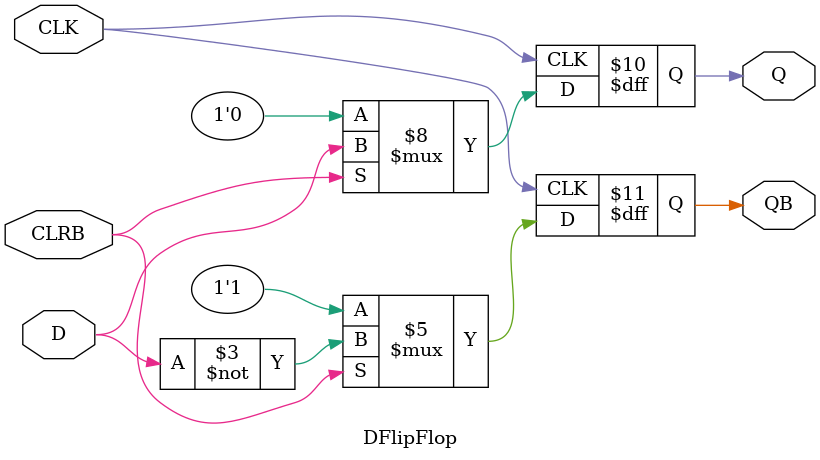
<source format=v>
module DFlipFlop (D, CLRB, CLK, Q, QB);
   input D, CLRB, CLK;
   output reg Q, QB;

   always @(posedge CLK)
     if(CLRB == 1'b0)
       begin 
	  Q <= 1'b0;
	  QB <= 1'b1;
       end
     else
       begin
	  Q <= D;
	  QB <= ~D;
       end
   
endmodule

</source>
